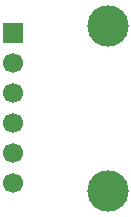
<source format=gbr>
%TF.GenerationSoftware,KiCad,Pcbnew,9.0.4*%
%TF.CreationDate,2025-09-17T09:18:14+02:00*%
%TF.ProjectId,vl53l0_breakout,766c3533-6c30-45f6-9272-65616b6f7574,rev?*%
%TF.SameCoordinates,Original*%
%TF.FileFunction,Soldermask,Bot*%
%TF.FilePolarity,Negative*%
%FSLAX46Y46*%
G04 Gerber Fmt 4.6, Leading zero omitted, Abs format (unit mm)*
G04 Created by KiCad (PCBNEW 9.0.4) date 2025-09-17 09:18:14*
%MOMM*%
%LPD*%
G01*
G04 APERTURE LIST*
%ADD10R,1.700000X1.700000*%
%ADD11C,1.700000*%
%ADD12C,3.500000*%
G04 APERTURE END LIST*
D10*
%TO.C,J1*%
X143000000Y-67650000D03*
D11*
X143000000Y-70190000D03*
X143000000Y-72730000D03*
X143000000Y-75270000D03*
X143000000Y-77810000D03*
X143000000Y-80350000D03*
%TD*%
D12*
%TO.C,H1*%
X151000000Y-67000000D03*
%TD*%
%TO.C,H2*%
X151000000Y-81000000D03*
%TD*%
M02*

</source>
